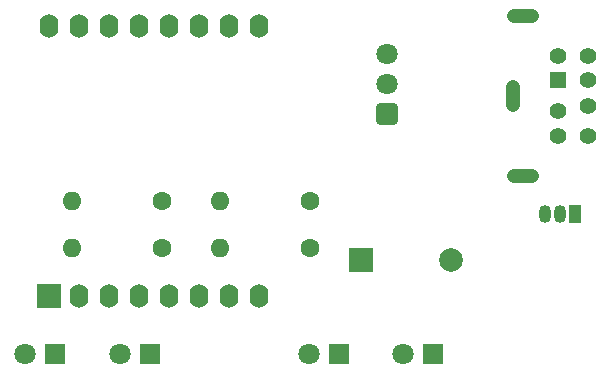
<source format=gts>
%TF.GenerationSoftware,KiCad,Pcbnew,7.0.7*%
%TF.CreationDate,2023-09-16T13:59:36+03:00*%
%TF.ProjectId,ElectraWifi,456c6563-7472-4615-9769-66692e6b6963,rev?*%
%TF.SameCoordinates,Original*%
%TF.FileFunction,Soldermask,Top*%
%TF.FilePolarity,Negative*%
%FSLAX46Y46*%
G04 Gerber Fmt 4.6, Leading zero omitted, Abs format (unit mm)*
G04 Created by KiCad (PCBNEW 7.0.7) date 2023-09-16 13:59:36*
%MOMM*%
%LPD*%
G01*
G04 APERTURE LIST*
G04 Aperture macros list*
%AMRoundRect*
0 Rectangle with rounded corners*
0 $1 Rounding radius*
0 $2 $3 $4 $5 $6 $7 $8 $9 X,Y pos of 4 corners*
0 Add a 4 corners polygon primitive as box body*
4,1,4,$2,$3,$4,$5,$6,$7,$8,$9,$2,$3,0*
0 Add four circle primitives for the rounded corners*
1,1,$1+$1,$2,$3*
1,1,$1+$1,$4,$5*
1,1,$1+$1,$6,$7*
1,1,$1+$1,$8,$9*
0 Add four rect primitives between the rounded corners*
20,1,$1+$1,$2,$3,$4,$5,0*
20,1,$1+$1,$4,$5,$6,$7,0*
20,1,$1+$1,$6,$7,$8,$9,0*
20,1,$1+$1,$8,$9,$2,$3,0*%
G04 Aperture macros list end*
%ADD10R,1.408000X1.408000*%
%ADD11C,1.408000*%
%ADD12O,1.230000X2.730000*%
%ADD13O,2.730000X1.230000*%
%ADD14O,1.600000X2.000000*%
%ADD15R,2.000000X2.000000*%
%ADD16R,1.800000X1.800000*%
%ADD17C,1.800000*%
%ADD18O,1.050000X1.500000*%
%ADD19R,1.050000X1.500000*%
%ADD20RoundRect,0.248400X0.651600X-0.651600X0.651600X0.651600X-0.651600X0.651600X-0.651600X-0.651600X0*%
%ADD21C,2.000000*%
%ADD22C,1.600000*%
%ADD23O,1.600000X1.600000*%
G04 APERTURE END LIST*
D10*
%TO.C,J1*%
X157848000Y-78300000D03*
D11*
X157848000Y-80900000D03*
X157848000Y-76200000D03*
X160348000Y-78300000D03*
X157848000Y-83000000D03*
X160348000Y-76200000D03*
X160348000Y-80500000D03*
X160348000Y-83000000D03*
D12*
X154048000Y-79600000D03*
D13*
X154848000Y-86350000D03*
X154848000Y-72850000D03*
%TD*%
D14*
%TO.C,U1*%
X114762000Y-73685000D03*
X117302000Y-73685000D03*
X119842000Y-73685000D03*
X122382000Y-73685000D03*
X124922000Y-73685000D03*
X127462000Y-73685000D03*
X130002000Y-73685000D03*
X132542000Y-73685000D03*
X132542000Y-96545000D03*
X130002000Y-96545000D03*
X127462000Y-96545000D03*
X124922000Y-96545000D03*
X122382000Y-96545000D03*
X119842000Y-96545000D03*
X117302000Y-96545000D03*
D15*
X114762000Y-96545000D03*
%TD*%
D16*
%TO.C,D2*%
X139275000Y-101500000D03*
D17*
X136735000Y-101500000D03*
%TD*%
D18*
%TO.C,Q1*%
X156730000Y-89640000D03*
X158000000Y-89640000D03*
D19*
X159270000Y-89640000D03*
%TD*%
D20*
%TO.C,U2*%
X143337000Y-81140000D03*
D17*
X143337000Y-78600000D03*
X143337000Y-76060000D03*
%TD*%
D16*
%TO.C,D3*%
X123275000Y-101500000D03*
D17*
X120735000Y-101500000D03*
%TD*%
D16*
%TO.C,D1*%
X147275000Y-101500000D03*
D17*
X144735000Y-101500000D03*
%TD*%
D16*
%TO.C,D4*%
X115275000Y-101500000D03*
D17*
X112735000Y-101500000D03*
%TD*%
D21*
%TO.C,BZ1*%
X148800000Y-93500000D03*
D15*
X141200000Y-93500000D03*
%TD*%
D22*
%TO.C,R4*%
X136810000Y-92500000D03*
D23*
X129190000Y-92500000D03*
%TD*%
D22*
%TO.C,R2*%
X136810000Y-88500000D03*
D23*
X129190000Y-88500000D03*
%TD*%
%TO.C,R1*%
X116690000Y-88500000D03*
D22*
X124310000Y-88500000D03*
%TD*%
%TO.C,R3*%
X124310000Y-92500000D03*
D23*
X116690000Y-92500000D03*
%TD*%
M02*

</source>
